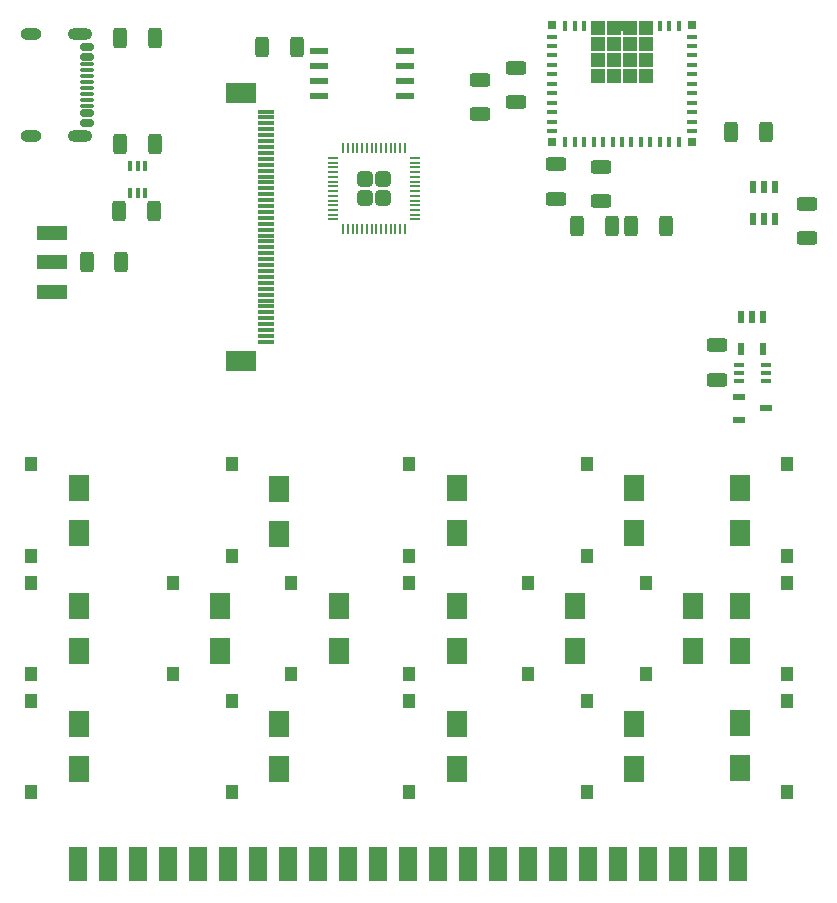
<source format=gbr>
G04 #@! TF.GenerationSoftware,KiCad,Pcbnew,7.0.10*
G04 #@! TF.CreationDate,2024-02-13T11:50:04-05:00*
G04 #@! TF.ProjectId,prototype,70726f74-6f74-4797-9065-2e6b69636164,rev?*
G04 #@! TF.SameCoordinates,Original*
G04 #@! TF.FileFunction,Paste,Top*
G04 #@! TF.FilePolarity,Positive*
%FSLAX46Y46*%
G04 Gerber Fmt 4.6, Leading zero omitted, Abs format (unit mm)*
G04 Created by KiCad (PCBNEW 7.0.10) date 2024-02-13 11:50:04*
%MOMM*%
%LPD*%
G01*
G04 APERTURE LIST*
G04 Aperture macros list*
%AMRoundRect*
0 Rectangle with rounded corners*
0 $1 Rounding radius*
0 $2 $3 $4 $5 $6 $7 $8 $9 X,Y pos of 4 corners*
0 Add a 4 corners polygon primitive as box body*
4,1,4,$2,$3,$4,$5,$6,$7,$8,$9,$2,$3,0*
0 Add four circle primitives for the rounded corners*
1,1,$1+$1,$2,$3*
1,1,$1+$1,$4,$5*
1,1,$1+$1,$6,$7*
1,1,$1+$1,$8,$9*
0 Add four rect primitives between the rounded corners*
20,1,$1+$1,$2,$3,$4,$5,0*
20,1,$1+$1,$4,$5,$6,$7,0*
20,1,$1+$1,$6,$7,$8,$9,0*
20,1,$1+$1,$8,$9,$2,$3,0*%
G04 Aperture macros list end*
%ADD10R,1.701800X2.173999*%
%ADD11R,1.000000X1.250000*%
%ADD12R,0.599999X1.000000*%
%ADD13RoundRect,0.250000X0.312500X0.625000X-0.312500X0.625000X-0.312500X-0.625000X0.312500X-0.625000X0*%
%ADD14RoundRect,0.250000X-0.625000X0.312500X-0.625000X-0.312500X0.625000X-0.312500X0.625000X0.312500X0*%
%ADD15R,1.638300X3.000000*%
%ADD16R,2.500000X1.250000*%
%ADD17R,0.399999X0.850001*%
%ADD18RoundRect,0.250000X-0.312500X-0.625000X0.312500X-0.625000X0.312500X0.625000X-0.312500X0.625000X0*%
%ADD19R,1.117600X0.558800*%
%ADD20RoundRect,0.050000X-0.050000X-0.387500X0.050000X-0.387500X0.050000X0.387500X-0.050000X0.387500X0*%
%ADD21RoundRect,0.050000X-0.387500X-0.050000X0.387500X-0.050000X0.387500X0.050000X-0.387500X0.050000X0*%
%ADD22RoundRect,0.249999X-0.395001X-0.395001X0.395001X-0.395001X0.395001X0.395001X-0.395001X0.395001X0*%
%ADD23R,1.524000X0.533400*%
%ADD24R,0.812800X0.406400*%
%ADD25R,0.406400X0.812800*%
%ADD26R,0.711200X0.711200*%
%ADD27R,0.850001X0.399999*%
%ADD28R,1.450000X0.300000*%
%ADD29R,2.500000X1.800000*%
%ADD30O,1.800000X1.000000*%
%ADD31O,2.100000X1.000000*%
%ADD32RoundRect,0.075000X-0.500000X0.075000X-0.500000X-0.075000X0.500000X-0.075000X0.500000X0.075000X0*%
%ADD33RoundRect,0.150000X-0.425000X0.150000X-0.425000X-0.150000X0.425000X-0.150000X0.425000X0.150000X0*%
G04 APERTURE END LIST*
G36*
X71547450Y-21758378D02*
G01*
X70394900Y-21758378D01*
X70394900Y-20605828D01*
X71547450Y-20605828D01*
X71547450Y-21758378D01*
G37*
G36*
X71547450Y-23110928D02*
G01*
X70394900Y-23110928D01*
X70394900Y-21958378D01*
X71547450Y-21958378D01*
X71547450Y-23110928D01*
G37*
G36*
X71547450Y-24463478D02*
G01*
X70394900Y-24463478D01*
X70394900Y-23310928D01*
X71547450Y-23310928D01*
X71547450Y-24463478D01*
G37*
G36*
X71547450Y-25816028D02*
G01*
X70394900Y-25816028D01*
X70394900Y-24663478D01*
X71547450Y-24663478D01*
X71547450Y-25816028D01*
G37*
G36*
X72900000Y-21758378D02*
G01*
X71747450Y-21758378D01*
X71747450Y-20605828D01*
X72900000Y-20605828D01*
X72900000Y-21758378D01*
G37*
G36*
X72900000Y-23110928D02*
G01*
X71747450Y-23110928D01*
X71747450Y-21958378D01*
X72900000Y-21958378D01*
X72900000Y-23110928D01*
G37*
G36*
X72900000Y-24463478D02*
G01*
X71747450Y-24463478D01*
X71747450Y-23310928D01*
X72900000Y-23310928D01*
X72900000Y-24463478D01*
G37*
G36*
X72900000Y-25816028D02*
G01*
X71747450Y-25816028D01*
X71747450Y-24663478D01*
X72900000Y-24663478D01*
X72900000Y-25816028D01*
G37*
G36*
X74252550Y-21758378D02*
G01*
X73100000Y-21758378D01*
X73100000Y-20605828D01*
X74252550Y-20605828D01*
X74252550Y-21758378D01*
G37*
G36*
X74252550Y-23110928D02*
G01*
X73100000Y-23110928D01*
X73100000Y-21958378D01*
X74252550Y-21958378D01*
X74252550Y-23110928D01*
G37*
G36*
X74252550Y-24463478D02*
G01*
X73100000Y-24463478D01*
X73100000Y-23310928D01*
X74252550Y-23310928D01*
X74252550Y-24463478D01*
G37*
G36*
X74252550Y-25816028D02*
G01*
X73100000Y-25816028D01*
X73100000Y-24663478D01*
X74252550Y-24663478D01*
X74252550Y-25816028D01*
G37*
G36*
X75605100Y-21758378D02*
G01*
X74452550Y-21758378D01*
X74452550Y-20605828D01*
X75605100Y-20605828D01*
X75605100Y-21758378D01*
G37*
G36*
X75605100Y-23110928D02*
G01*
X74452550Y-23110928D01*
X74452550Y-21958378D01*
X75605100Y-21958378D01*
X75605100Y-23110928D01*
G37*
G36*
X75605100Y-24463478D02*
G01*
X74452550Y-24463478D01*
X74452550Y-23310928D01*
X75605100Y-23310928D01*
X75605100Y-24463478D01*
G37*
G36*
X75605100Y-25816028D02*
G01*
X74452550Y-25816028D01*
X74452550Y-24663478D01*
X75605100Y-24663478D01*
X75605100Y-25816028D01*
G37*
D10*
X27000000Y-80104900D03*
X27000000Y-83895100D03*
D11*
X70000000Y-65875000D03*
X70000000Y-58125000D03*
D12*
X84950001Y-45624999D03*
X84000000Y-45624999D03*
X83050002Y-45624999D03*
X83050002Y-48374999D03*
X84950001Y-48374999D03*
D13*
X30587500Y-41000000D03*
X27662500Y-41000000D03*
D14*
X81062500Y-48037500D03*
X81062500Y-50962500D03*
D11*
X23000000Y-65875000D03*
X23000000Y-58125000D03*
X35000000Y-75875000D03*
X35000000Y-68125000D03*
X55000000Y-75875000D03*
X55000000Y-68125000D03*
D13*
X85150000Y-30000000D03*
X82225000Y-30000000D03*
D11*
X87000000Y-75875000D03*
X87000000Y-68125000D03*
X55000000Y-65875000D03*
X55000000Y-58125000D03*
D15*
X26975000Y-91937500D03*
X29515000Y-91937500D03*
X32055000Y-91937500D03*
X34595000Y-91937500D03*
X37135000Y-91937500D03*
X39675000Y-91937500D03*
X42215000Y-91937500D03*
X44755000Y-91937500D03*
X47295000Y-91937500D03*
X49835000Y-91937500D03*
X52375000Y-91937500D03*
X54915000Y-91937500D03*
X57455000Y-91937500D03*
X59995000Y-91937500D03*
X62535000Y-91937500D03*
X65075000Y-91937500D03*
X67615000Y-91937500D03*
X70155000Y-91937500D03*
X72695000Y-91937500D03*
X75235000Y-91937500D03*
X77775000Y-91937500D03*
X80315000Y-91937500D03*
X82855000Y-91937500D03*
D11*
X55000000Y-78125000D03*
X55000000Y-85875000D03*
D16*
X24750000Y-43500000D03*
X24750000Y-41000000D03*
X24750000Y-38500000D03*
D10*
X59000000Y-73895100D03*
X59000000Y-70104900D03*
X79000000Y-73895100D03*
X79000000Y-70104900D03*
D11*
X87000000Y-65875000D03*
X87000000Y-58125000D03*
D17*
X32650001Y-32875001D03*
X32000000Y-32875001D03*
X31350001Y-32875001D03*
X31350001Y-35125002D03*
X32000000Y-35125002D03*
X32650001Y-35125002D03*
D18*
X69225000Y-37937500D03*
X72150000Y-37937500D03*
D19*
X82944900Y-52424999D03*
X82944900Y-54325001D03*
X85180100Y-53375000D03*
D14*
X64000000Y-24537500D03*
X64000000Y-27462500D03*
D10*
X59000000Y-80104900D03*
X59000000Y-83895100D03*
D11*
X45000000Y-75875000D03*
X45000000Y-68125000D03*
D10*
X27000000Y-73895100D03*
X27000000Y-70104900D03*
D11*
X23000000Y-78125000D03*
X23000000Y-85875000D03*
D10*
X39000000Y-73895100D03*
X39000000Y-70104900D03*
X69000000Y-73895100D03*
X69000000Y-70104900D03*
D14*
X71187500Y-32912500D03*
X71187500Y-35837500D03*
D12*
X84049999Y-37375001D03*
X85000000Y-37375001D03*
X85949998Y-37375001D03*
X85949998Y-34625001D03*
X85000000Y-34625001D03*
X84049999Y-34625001D03*
D10*
X74000000Y-80104900D03*
X74000000Y-83895100D03*
D20*
X49400000Y-31343750D03*
X49800000Y-31343750D03*
X50200000Y-31343750D03*
X50600000Y-31343750D03*
X51000000Y-31343750D03*
X51400000Y-31343750D03*
X51800000Y-31343750D03*
X52200000Y-31343750D03*
X52600000Y-31343750D03*
X53000000Y-31343750D03*
X53400000Y-31343750D03*
X53800000Y-31343750D03*
X54200000Y-31343750D03*
X54600000Y-31343750D03*
D21*
X55437500Y-32181250D03*
X55437500Y-32581250D03*
X55437500Y-32981250D03*
X55437500Y-33381250D03*
X55437500Y-33781250D03*
X55437500Y-34181250D03*
X55437500Y-34581250D03*
X55437500Y-34981250D03*
X55437500Y-35381250D03*
X55437500Y-35781250D03*
X55437500Y-36181250D03*
X55437500Y-36581250D03*
X55437500Y-36981250D03*
X55437500Y-37381250D03*
D20*
X54600000Y-38218750D03*
X54200000Y-38218750D03*
X53800000Y-38218750D03*
X53400000Y-38218750D03*
X53000000Y-38218750D03*
X52600000Y-38218750D03*
X52200000Y-38218750D03*
X51800000Y-38218750D03*
X51400000Y-38218750D03*
X51000000Y-38218750D03*
X50600000Y-38218750D03*
X50200000Y-38218750D03*
X49800000Y-38218750D03*
X49400000Y-38218750D03*
D21*
X48562500Y-37381250D03*
X48562500Y-36981250D03*
X48562500Y-36581250D03*
X48562500Y-36181250D03*
X48562500Y-35781250D03*
X48562500Y-35381250D03*
X48562500Y-34981250D03*
X48562500Y-34581250D03*
X48562500Y-34181250D03*
X48562500Y-33781250D03*
X48562500Y-33381250D03*
X48562500Y-32981250D03*
X48562500Y-32581250D03*
X48562500Y-32181250D03*
D22*
X52800000Y-35581250D03*
X52800000Y-33981250D03*
X51200000Y-35581250D03*
X51200000Y-33981250D03*
D23*
X47355100Y-23095000D03*
X47355100Y-24365000D03*
X47355100Y-25635000D03*
X47355100Y-26905000D03*
X54644900Y-26905000D03*
X54644900Y-25635000D03*
X54644900Y-24365000D03*
X54644900Y-23095000D03*
D11*
X87000000Y-78125000D03*
X87000000Y-85875000D03*
D10*
X44000000Y-64000000D03*
X44000000Y-60209800D03*
D24*
X67100002Y-21899501D03*
X67100002Y-22699601D03*
X67100002Y-23499701D03*
X67100002Y-24299801D03*
X67100002Y-25099901D03*
X67100002Y-25900001D03*
X67100002Y-26700101D03*
X67100002Y-27500201D03*
X67100002Y-28300301D03*
X67100002Y-29100401D03*
X67100002Y-29900501D03*
D25*
X68199400Y-30800001D03*
X68999500Y-30800001D03*
X69799600Y-30800001D03*
X70599700Y-30800001D03*
X71399800Y-30800001D03*
X72199900Y-30800001D03*
X73000000Y-30800001D03*
X73800100Y-30800001D03*
X74600200Y-30800001D03*
X75400300Y-30800001D03*
X76200400Y-30800001D03*
X77000500Y-30800001D03*
X77800600Y-30800001D03*
D24*
X78899998Y-29900501D03*
X78899998Y-29100401D03*
X78899998Y-28300301D03*
X78899998Y-27500201D03*
X78899998Y-26700101D03*
X78899998Y-25900001D03*
X78899998Y-25099901D03*
X78899998Y-24299801D03*
X78899998Y-23499701D03*
X78899998Y-22699601D03*
X78899998Y-21899501D03*
D25*
X77800600Y-21000000D03*
X77000500Y-21000000D03*
X76200400Y-21000000D03*
X75400300Y-21000000D03*
X74600200Y-21000000D03*
X73800100Y-21000000D03*
X73000000Y-21000000D03*
X72199900Y-21000000D03*
X71399800Y-21000000D03*
X70599700Y-21000000D03*
X69799600Y-21000000D03*
X68999500Y-21000000D03*
X68199400Y-21000000D03*
D26*
X78950788Y-30850806D03*
X78950788Y-20949200D03*
X67049212Y-30850806D03*
X67049212Y-20949200D03*
D27*
X82937501Y-49724999D03*
X82937501Y-50375000D03*
X82937501Y-51024999D03*
X85187502Y-51024999D03*
X85187502Y-50375000D03*
X85187502Y-49724999D03*
D14*
X88625000Y-36037500D03*
X88625000Y-38962500D03*
D10*
X59000000Y-63895100D03*
X59000000Y-60104900D03*
D11*
X65000000Y-75875000D03*
X65000000Y-68125000D03*
X70000000Y-78125000D03*
X70000000Y-85875000D03*
D13*
X33462500Y-31000000D03*
X30537500Y-31000000D03*
D10*
X74000000Y-63895100D03*
X74000000Y-60104900D03*
D13*
X76712500Y-37937500D03*
X73787500Y-37937500D03*
X33337500Y-36687500D03*
X30412500Y-36687500D03*
D28*
X42875000Y-28250000D03*
X42875000Y-28750000D03*
X42875000Y-29250000D03*
X42875000Y-29750000D03*
X42875000Y-30250000D03*
X42875000Y-30750000D03*
X42875000Y-31250000D03*
X42875000Y-31750000D03*
X42875000Y-32250000D03*
X42875000Y-32750000D03*
X42875000Y-33250000D03*
X42875000Y-33750000D03*
X42875000Y-34250000D03*
X42875000Y-34750000D03*
X42875000Y-35250000D03*
X42875000Y-35750000D03*
X42875000Y-36250000D03*
X42875000Y-36750000D03*
X42875000Y-37250000D03*
X42875000Y-37750000D03*
X42875000Y-38250000D03*
X42875000Y-38750000D03*
X42875000Y-39250000D03*
X42875000Y-39750000D03*
X42875000Y-40250000D03*
X42875000Y-40750000D03*
X42875000Y-41250000D03*
X42875000Y-41750000D03*
X42875000Y-42250000D03*
X42875000Y-42750000D03*
X42875000Y-43250000D03*
X42875000Y-43750000D03*
X42875000Y-44250000D03*
X42875000Y-44750000D03*
X42875000Y-45250000D03*
X42875000Y-45750000D03*
X42875000Y-46250000D03*
X42875000Y-46750000D03*
X42875000Y-47250000D03*
X42875000Y-47750000D03*
D29*
X40750000Y-26650000D03*
X40750000Y-49350000D03*
D10*
X27000000Y-63895100D03*
X27000000Y-60104900D03*
X49000000Y-73895100D03*
X49000000Y-70104900D03*
D14*
X67437500Y-32725000D03*
X67437500Y-35650000D03*
D13*
X45462500Y-22812500D03*
X42537500Y-22812500D03*
D10*
X83000000Y-73895100D03*
X83000000Y-70104900D03*
X83000000Y-80000000D03*
X83000000Y-83790200D03*
D18*
X30537500Y-22000000D03*
X33462500Y-22000000D03*
D10*
X83000000Y-63895100D03*
X83000000Y-60104900D03*
D11*
X40000000Y-78125000D03*
X40000000Y-85875000D03*
X23000000Y-75875000D03*
X23000000Y-68125000D03*
X40000000Y-65875000D03*
X40000000Y-58125000D03*
D14*
X61000000Y-25537500D03*
X61000000Y-28462500D03*
D10*
X44000000Y-80104900D03*
X44000000Y-83895100D03*
D30*
X22925000Y-30320000D03*
D31*
X27105000Y-30320000D03*
D30*
X22925000Y-21680000D03*
D31*
X27105000Y-21680000D03*
D32*
X27680000Y-24250000D03*
X27680000Y-25250000D03*
X27680000Y-26750000D03*
X27680000Y-27750000D03*
D33*
X27680000Y-28400000D03*
X27680000Y-29200000D03*
D32*
X27680000Y-27250000D03*
X27680000Y-26250000D03*
X27680000Y-25750000D03*
X27680000Y-24750000D03*
D33*
X27680000Y-23600000D03*
X27680000Y-22800000D03*
D11*
X75000000Y-75875000D03*
X75000000Y-68125000D03*
M02*

</source>
